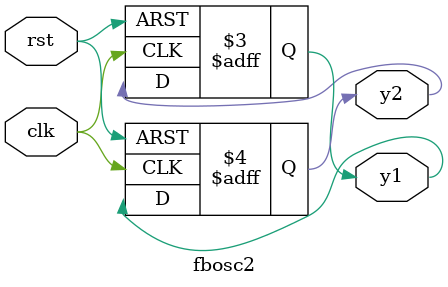
<source format=v>

module fbosc2 (//INPUT
						clk,
						rst,
					  //OUTPUT
						y1,
						y2
					  );
//********************************************************
//DEFINE PARAMETER //
//********************************************************


//********************************************************
//DEFINE INPUT //
//********************************************************
input clk, rst;
//********************************************************
//DEFINE OUTPUT //
//********************************************************
output y1, y2;
//********************************************************
//OUTPUT ATRIBUTE //
//********************************************************
//REGS
reg y1, y2;

//WIRES



//********************************************************
//MODULE  REGISTERS/WIRES DEFINE //
//********************************************************




//********************************************************
//INSTANCE MODULE //
//********************************************************



//********************************************************
//MAIN CODE //
//********************************************************
always @(posedge clk,posedge rst)
begin 
	if(rst) y2 <=1;
	else y2 <= y1;
end


always @(posedge clk,posedge rst)
begin 
	if(rst) y1 <=0;
	else y1 <= y2;
end

//********************************************************//
endmodule







</source>
